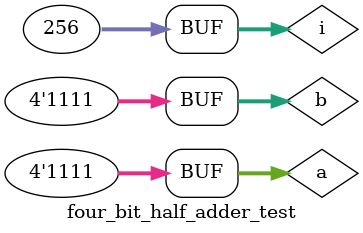
<source format=v>
module four_bit_half_adder_test;
reg [3:0] a, b;
wire [4:0] s;

four_bit_half_adder gate1 (a, b, s);
integer i;
initial begin
	for (i = 0; i < 256; i = i + 1) 
		begin
			{a, b} = i;
			#20;
		end
	end
endmodule

</source>
